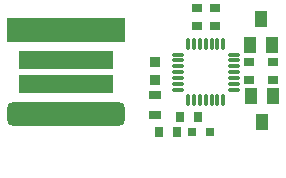
<source format=gtp>
G04*
G04 #@! TF.GenerationSoftware,Altium Limited,Altium Designer,21.6.1 (37)*
G04*
G04 Layer_Color=8421504*
%FSLAX44Y44*%
%MOMM*%
G71*
G04*
G04 #@! TF.SameCoordinates,433EC3A0-72F9-41F9-BABD-52A87CDF1033*
G04*
G04*
G04 #@! TF.FilePolarity,Positive*
G04*
G01*
G75*
%ADD15R,0.9000X0.7000*%
%ADD16R,0.8000X0.8000*%
%ADD17R,0.7000X0.9000*%
G04:AMPARAMS|DCode=18|XSize=2mm|YSize=10mm|CornerRadius=0.5mm|HoleSize=0mm|Usage=FLASHONLY|Rotation=90.000|XOffset=0mm|YOffset=0mm|HoleType=Round|Shape=RoundedRectangle|*
%AMROUNDEDRECTD18*
21,1,2.0000,9.0000,0,0,90.0*
21,1,1.0000,10.0000,0,0,90.0*
1,1,1.0000,4.5000,0.5000*
1,1,1.0000,4.5000,-0.5000*
1,1,1.0000,-4.5000,-0.5000*
1,1,1.0000,-4.5000,0.5000*
%
%ADD18ROUNDEDRECTD18*%
%ADD19R,8.0000X1.5000*%
%ADD20R,10.0000X2.0000*%
G04:AMPARAMS|DCode=21|XSize=1.01mm|YSize=0.27mm|CornerRadius=0.0675mm|HoleSize=0mm|Usage=FLASHONLY|Rotation=270.000|XOffset=0mm|YOffset=0mm|HoleType=Round|Shape=RoundedRectangle|*
%AMROUNDEDRECTD21*
21,1,1.0100,0.1350,0,0,270.0*
21,1,0.8750,0.2700,0,0,270.0*
1,1,0.1350,-0.0675,-0.4375*
1,1,0.1350,-0.0675,0.4375*
1,1,0.1350,0.0675,0.4375*
1,1,0.1350,0.0675,-0.4375*
%
%ADD21ROUNDEDRECTD21*%
G04:AMPARAMS|DCode=22|XSize=1.01mm|YSize=0.27mm|CornerRadius=0.0675mm|HoleSize=0mm|Usage=FLASHONLY|Rotation=180.000|XOffset=0mm|YOffset=0mm|HoleType=Round|Shape=RoundedRectangle|*
%AMROUNDEDRECTD22*
21,1,1.0100,0.1350,0,0,180.0*
21,1,0.8750,0.2700,0,0,180.0*
1,1,0.1350,-0.4375,0.0675*
1,1,0.1350,0.4375,0.0675*
1,1,0.1350,0.4375,-0.0675*
1,1,0.1350,-0.4375,-0.0675*
%
%ADD22ROUNDEDRECTD22*%
%ADD23R,1.0000X1.4000*%
%ADD24R,1.0000X0.8000*%
%ADD25R,0.9300X0.8900*%
D15*
X909320Y426840D02*
D03*
Y441840D02*
D03*
X889000Y441840D02*
D03*
Y426840D02*
D03*
X844550Y487560D02*
D03*
Y472560D02*
D03*
X859790Y487560D02*
D03*
Y472560D02*
D03*
D16*
X855860Y382270D02*
D03*
X840860D02*
D03*
D17*
X830700Y394970D02*
D03*
X845700D02*
D03*
X812920Y382270D02*
D03*
X827920D02*
D03*
D18*
X734076Y397430D02*
D03*
D19*
X734060Y422830D02*
D03*
Y443230D02*
D03*
D20*
X734076Y468630D02*
D03*
D21*
X837170Y456670D02*
D03*
X842170D02*
D03*
X847170D02*
D03*
X852170D02*
D03*
X857170D02*
D03*
X862170D02*
D03*
X867170D02*
D03*
Y409470D02*
D03*
X862170D02*
D03*
X857170D02*
D03*
X852170D02*
D03*
X847170D02*
D03*
X842170D02*
D03*
X837170D02*
D03*
D22*
X875770Y448070D02*
D03*
Y443070D02*
D03*
Y438070D02*
D03*
Y433070D02*
D03*
Y428070D02*
D03*
Y423070D02*
D03*
Y418070D02*
D03*
X828570D02*
D03*
Y423070D02*
D03*
Y428070D02*
D03*
Y433070D02*
D03*
Y438070D02*
D03*
Y443070D02*
D03*
Y448070D02*
D03*
D23*
X899160Y478360D02*
D03*
X908660Y456360D02*
D03*
X889660D02*
D03*
X899770Y390750D02*
D03*
X890270Y412750D02*
D03*
X909270D02*
D03*
D24*
X808990Y396630D02*
D03*
Y413630D02*
D03*
D25*
Y442040D02*
D03*
Y426640D02*
D03*
M02*

</source>
